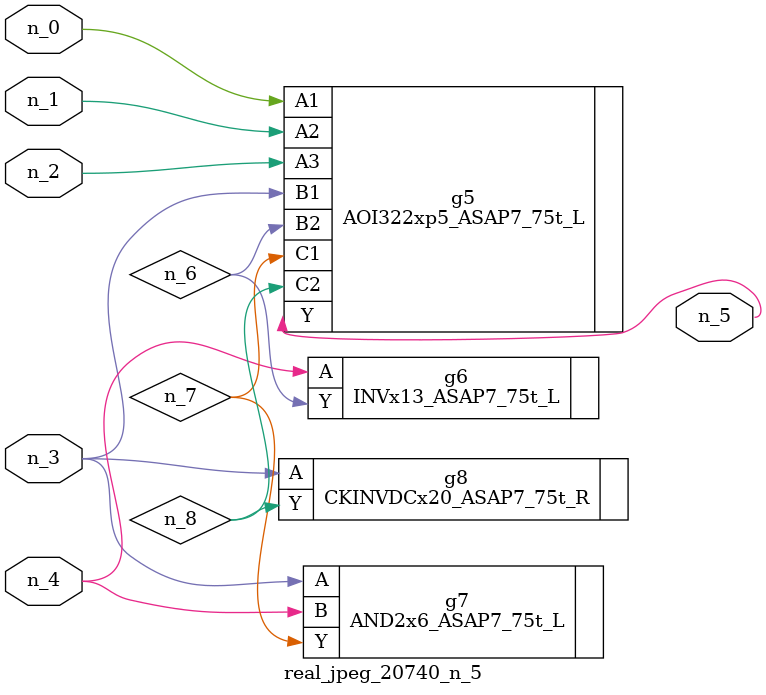
<source format=v>
module real_jpeg_20740_n_5 (n_4, n_0, n_1, n_2, n_3, n_5);

input n_4;
input n_0;
input n_1;
input n_2;
input n_3;

output n_5;

wire n_8;
wire n_6;
wire n_7;

AOI322xp5_ASAP7_75t_L g5 ( 
.A1(n_0),
.A2(n_1),
.A3(n_2),
.B1(n_3),
.B2(n_6),
.C1(n_7),
.C2(n_8),
.Y(n_5)
);

AND2x6_ASAP7_75t_L g7 ( 
.A(n_3),
.B(n_4),
.Y(n_7)
);

CKINVDCx20_ASAP7_75t_R g8 ( 
.A(n_3),
.Y(n_8)
);

INVx13_ASAP7_75t_L g6 ( 
.A(n_4),
.Y(n_6)
);


endmodule
</source>
